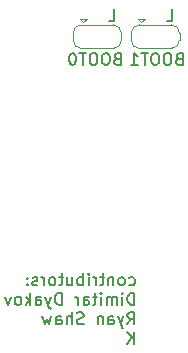
<source format=gbo>
G04 #@! TF.GenerationSoftware,KiCad,Pcbnew,(5.1.12)-1*
G04 #@! TF.CreationDate,2024-09-15T14:26:27+03:00*
G04 #@! TF.ProjectId,CaliperPCB,43616c69-7065-4725-9043-422e6b696361,rev?*
G04 #@! TF.SameCoordinates,Original*
G04 #@! TF.FileFunction,Legend,Bot*
G04 #@! TF.FilePolarity,Positive*
%FSLAX46Y46*%
G04 Gerber Fmt 4.6, Leading zero omitted, Abs format (unit mm)*
G04 Created by KiCad (PCBNEW (5.1.12)-1) date 2024-09-15 14:26:27*
%MOMM*%
%LPD*%
G01*
G04 APERTURE LIST*
%ADD10C,0.150000*%
%ADD11C,0.120000*%
%ADD12O,1.700000X1.700000*%
%ADD13R,1.700000X1.700000*%
%ADD14R,1.000000X1.500000*%
%ADD15C,0.100000*%
%ADD16O,1.000000X1.600000*%
%ADD17C,0.650000*%
%ADD18O,1.000000X2.100000*%
G04 APERTURE END LIST*
D10*
X122305476Y-91722380D02*
X122781666Y-91722380D01*
X122781666Y-90722380D01*
X127221476Y-91722380D02*
X127697666Y-91722380D01*
X127697666Y-90722380D01*
X123018572Y-94928571D02*
X122875715Y-94976190D01*
X122828096Y-95023809D01*
X122780477Y-95119047D01*
X122780477Y-95261904D01*
X122828096Y-95357142D01*
X122875715Y-95404761D01*
X122970953Y-95452380D01*
X123351905Y-95452380D01*
X123351905Y-94452380D01*
X123018572Y-94452380D01*
X122923334Y-94500000D01*
X122875715Y-94547619D01*
X122828096Y-94642857D01*
X122828096Y-94738095D01*
X122875715Y-94833333D01*
X122923334Y-94880952D01*
X123018572Y-94928571D01*
X123351905Y-94928571D01*
X122161429Y-94452380D02*
X121970953Y-94452380D01*
X121875715Y-94500000D01*
X121780477Y-94595238D01*
X121732858Y-94785714D01*
X121732858Y-95119047D01*
X121780477Y-95309523D01*
X121875715Y-95404761D01*
X121970953Y-95452380D01*
X122161429Y-95452380D01*
X122256667Y-95404761D01*
X122351905Y-95309523D01*
X122399524Y-95119047D01*
X122399524Y-94785714D01*
X122351905Y-94595238D01*
X122256667Y-94500000D01*
X122161429Y-94452380D01*
X121113810Y-94452380D02*
X120923334Y-94452380D01*
X120828096Y-94500000D01*
X120732858Y-94595238D01*
X120685239Y-94785714D01*
X120685239Y-95119047D01*
X120732858Y-95309523D01*
X120828096Y-95404761D01*
X120923334Y-95452380D01*
X121113810Y-95452380D01*
X121209048Y-95404761D01*
X121304286Y-95309523D01*
X121351905Y-95119047D01*
X121351905Y-94785714D01*
X121304286Y-94595238D01*
X121209048Y-94500000D01*
X121113810Y-94452380D01*
X120399524Y-94452380D02*
X119828096Y-94452380D01*
X120113810Y-95452380D02*
X120113810Y-94452380D01*
X119304286Y-94452380D02*
X119209048Y-94452380D01*
X119113810Y-94500000D01*
X119066191Y-94547619D01*
X119018572Y-94642857D01*
X118970953Y-94833333D01*
X118970953Y-95071428D01*
X119018572Y-95261904D01*
X119066191Y-95357142D01*
X119113810Y-95404761D01*
X119209048Y-95452380D01*
X119304286Y-95452380D01*
X119399524Y-95404761D01*
X119447143Y-95357142D01*
X119494762Y-95261904D01*
X119542381Y-95071428D01*
X119542381Y-94833333D01*
X119494762Y-94642857D01*
X119447143Y-94547619D01*
X119399524Y-94500000D01*
X119304286Y-94452380D01*
X128244094Y-94938571D02*
X128101237Y-94986190D01*
X128053618Y-95033809D01*
X128005999Y-95129047D01*
X128005999Y-95271904D01*
X128053618Y-95367142D01*
X128101237Y-95414761D01*
X128196475Y-95462380D01*
X128577427Y-95462380D01*
X128577427Y-94462380D01*
X128244094Y-94462380D01*
X128148856Y-94510000D01*
X128101237Y-94557619D01*
X128053618Y-94652857D01*
X128053618Y-94748095D01*
X128101237Y-94843333D01*
X128148856Y-94890952D01*
X128244094Y-94938571D01*
X128577427Y-94938571D01*
X127386951Y-94462380D02*
X127196475Y-94462380D01*
X127101237Y-94510000D01*
X127005999Y-94605238D01*
X126958380Y-94795714D01*
X126958380Y-95129047D01*
X127005999Y-95319523D01*
X127101237Y-95414761D01*
X127196475Y-95462380D01*
X127386951Y-95462380D01*
X127482189Y-95414761D01*
X127577427Y-95319523D01*
X127625046Y-95129047D01*
X127625046Y-94795714D01*
X127577427Y-94605238D01*
X127482189Y-94510000D01*
X127386951Y-94462380D01*
X126339332Y-94462380D02*
X126148856Y-94462380D01*
X126053618Y-94510000D01*
X125958380Y-94605238D01*
X125910761Y-94795714D01*
X125910761Y-95129047D01*
X125958380Y-95319523D01*
X126053618Y-95414761D01*
X126148856Y-95462380D01*
X126339332Y-95462380D01*
X126434570Y-95414761D01*
X126529808Y-95319523D01*
X126577427Y-95129047D01*
X126577427Y-94795714D01*
X126529808Y-94605238D01*
X126434570Y-94510000D01*
X126339332Y-94462380D01*
X125625046Y-94462380D02*
X125053618Y-94462380D01*
X125339332Y-95462380D02*
X125339332Y-94462380D01*
X124196475Y-95462380D02*
X124767903Y-95462380D01*
X124482189Y-95462380D02*
X124482189Y-94462380D01*
X124577427Y-94605238D01*
X124672665Y-94700476D01*
X124767903Y-94748095D01*
X124035833Y-114069761D02*
X124131071Y-114117380D01*
X124321547Y-114117380D01*
X124416785Y-114069761D01*
X124464404Y-114022142D01*
X124512023Y-113926904D01*
X124512023Y-113641190D01*
X124464404Y-113545952D01*
X124416785Y-113498333D01*
X124321547Y-113450714D01*
X124131071Y-113450714D01*
X124035833Y-113498333D01*
X123464404Y-114117380D02*
X123559642Y-114069761D01*
X123607261Y-114022142D01*
X123654880Y-113926904D01*
X123654880Y-113641190D01*
X123607261Y-113545952D01*
X123559642Y-113498333D01*
X123464404Y-113450714D01*
X123321547Y-113450714D01*
X123226309Y-113498333D01*
X123178690Y-113545952D01*
X123131071Y-113641190D01*
X123131071Y-113926904D01*
X123178690Y-114022142D01*
X123226309Y-114069761D01*
X123321547Y-114117380D01*
X123464404Y-114117380D01*
X122702500Y-113450714D02*
X122702500Y-114117380D01*
X122702500Y-113545952D02*
X122654880Y-113498333D01*
X122559642Y-113450714D01*
X122416785Y-113450714D01*
X122321547Y-113498333D01*
X122273928Y-113593571D01*
X122273928Y-114117380D01*
X121940595Y-113450714D02*
X121559642Y-113450714D01*
X121797738Y-113117380D02*
X121797738Y-113974523D01*
X121750119Y-114069761D01*
X121654880Y-114117380D01*
X121559642Y-114117380D01*
X121226309Y-114117380D02*
X121226309Y-113450714D01*
X121226309Y-113641190D02*
X121178690Y-113545952D01*
X121131071Y-113498333D01*
X121035833Y-113450714D01*
X120940595Y-113450714D01*
X120607261Y-114117380D02*
X120607261Y-113450714D01*
X120607261Y-113117380D02*
X120654880Y-113165000D01*
X120607261Y-113212619D01*
X120559642Y-113165000D01*
X120607261Y-113117380D01*
X120607261Y-113212619D01*
X120131071Y-114117380D02*
X120131071Y-113117380D01*
X120131071Y-113498333D02*
X120035833Y-113450714D01*
X119845357Y-113450714D01*
X119750119Y-113498333D01*
X119702500Y-113545952D01*
X119654880Y-113641190D01*
X119654880Y-113926904D01*
X119702500Y-114022142D01*
X119750119Y-114069761D01*
X119845357Y-114117380D01*
X120035833Y-114117380D01*
X120131071Y-114069761D01*
X118797738Y-113450714D02*
X118797738Y-114117380D01*
X119226309Y-113450714D02*
X119226309Y-113974523D01*
X119178690Y-114069761D01*
X119083452Y-114117380D01*
X118940595Y-114117380D01*
X118845357Y-114069761D01*
X118797738Y-114022142D01*
X118464404Y-113450714D02*
X118083452Y-113450714D01*
X118321547Y-113117380D02*
X118321547Y-113974523D01*
X118273928Y-114069761D01*
X118178690Y-114117380D01*
X118083452Y-114117380D01*
X117607261Y-114117380D02*
X117702500Y-114069761D01*
X117750119Y-114022142D01*
X117797738Y-113926904D01*
X117797738Y-113641190D01*
X117750119Y-113545952D01*
X117702500Y-113498333D01*
X117607261Y-113450714D01*
X117464404Y-113450714D01*
X117369166Y-113498333D01*
X117321547Y-113545952D01*
X117273928Y-113641190D01*
X117273928Y-113926904D01*
X117321547Y-114022142D01*
X117369166Y-114069761D01*
X117464404Y-114117380D01*
X117607261Y-114117380D01*
X116845357Y-114117380D02*
X116845357Y-113450714D01*
X116845357Y-113641190D02*
X116797738Y-113545952D01*
X116750119Y-113498333D01*
X116654880Y-113450714D01*
X116559642Y-113450714D01*
X116273928Y-114069761D02*
X116178690Y-114117380D01*
X115988214Y-114117380D01*
X115892976Y-114069761D01*
X115845357Y-113974523D01*
X115845357Y-113926904D01*
X115892976Y-113831666D01*
X115988214Y-113784047D01*
X116131071Y-113784047D01*
X116226309Y-113736428D01*
X116273928Y-113641190D01*
X116273928Y-113593571D01*
X116226309Y-113498333D01*
X116131071Y-113450714D01*
X115988214Y-113450714D01*
X115892976Y-113498333D01*
X115416785Y-114022142D02*
X115369166Y-114069761D01*
X115416785Y-114117380D01*
X115464404Y-114069761D01*
X115416785Y-114022142D01*
X115416785Y-114117380D01*
X115416785Y-113498333D02*
X115369166Y-113545952D01*
X115416785Y-113593571D01*
X115464404Y-113545952D01*
X115416785Y-113498333D01*
X115416785Y-113593571D01*
X124464404Y-115767380D02*
X124464404Y-114767380D01*
X124226309Y-114767380D01*
X124083452Y-114815000D01*
X123988214Y-114910238D01*
X123940595Y-115005476D01*
X123892976Y-115195952D01*
X123892976Y-115338809D01*
X123940595Y-115529285D01*
X123988214Y-115624523D01*
X124083452Y-115719761D01*
X124226309Y-115767380D01*
X124464404Y-115767380D01*
X123464404Y-115767380D02*
X123464404Y-115100714D01*
X123464404Y-114767380D02*
X123512023Y-114815000D01*
X123464404Y-114862619D01*
X123416785Y-114815000D01*
X123464404Y-114767380D01*
X123464404Y-114862619D01*
X122988214Y-115767380D02*
X122988214Y-115100714D01*
X122988214Y-115195952D02*
X122940595Y-115148333D01*
X122845357Y-115100714D01*
X122702500Y-115100714D01*
X122607261Y-115148333D01*
X122559642Y-115243571D01*
X122559642Y-115767380D01*
X122559642Y-115243571D02*
X122512023Y-115148333D01*
X122416785Y-115100714D01*
X122273928Y-115100714D01*
X122178690Y-115148333D01*
X122131071Y-115243571D01*
X122131071Y-115767380D01*
X121654880Y-115767380D02*
X121654880Y-115100714D01*
X121654880Y-114767380D02*
X121702500Y-114815000D01*
X121654880Y-114862619D01*
X121607261Y-114815000D01*
X121654880Y-114767380D01*
X121654880Y-114862619D01*
X121321547Y-115100714D02*
X120940595Y-115100714D01*
X121178690Y-114767380D02*
X121178690Y-115624523D01*
X121131071Y-115719761D01*
X121035833Y-115767380D01*
X120940595Y-115767380D01*
X120178690Y-115767380D02*
X120178690Y-115243571D01*
X120226309Y-115148333D01*
X120321547Y-115100714D01*
X120512023Y-115100714D01*
X120607261Y-115148333D01*
X120178690Y-115719761D02*
X120273928Y-115767380D01*
X120512023Y-115767380D01*
X120607261Y-115719761D01*
X120654880Y-115624523D01*
X120654880Y-115529285D01*
X120607261Y-115434047D01*
X120512023Y-115386428D01*
X120273928Y-115386428D01*
X120178690Y-115338809D01*
X119702500Y-115767380D02*
X119702500Y-115100714D01*
X119702500Y-115291190D02*
X119654880Y-115195952D01*
X119607261Y-115148333D01*
X119512023Y-115100714D01*
X119416785Y-115100714D01*
X118321547Y-115767380D02*
X118321547Y-114767380D01*
X118083452Y-114767380D01*
X117940595Y-114815000D01*
X117845357Y-114910238D01*
X117797738Y-115005476D01*
X117750119Y-115195952D01*
X117750119Y-115338809D01*
X117797738Y-115529285D01*
X117845357Y-115624523D01*
X117940595Y-115719761D01*
X118083452Y-115767380D01*
X118321547Y-115767380D01*
X117416785Y-115100714D02*
X117178690Y-115767380D01*
X116940595Y-115100714D02*
X117178690Y-115767380D01*
X117273928Y-116005476D01*
X117321547Y-116053095D01*
X117416785Y-116100714D01*
X116131071Y-115767380D02*
X116131071Y-115243571D01*
X116178690Y-115148333D01*
X116273928Y-115100714D01*
X116464404Y-115100714D01*
X116559642Y-115148333D01*
X116131071Y-115719761D02*
X116226309Y-115767380D01*
X116464404Y-115767380D01*
X116559642Y-115719761D01*
X116607261Y-115624523D01*
X116607261Y-115529285D01*
X116559642Y-115434047D01*
X116464404Y-115386428D01*
X116226309Y-115386428D01*
X116131071Y-115338809D01*
X115654880Y-115767380D02*
X115654880Y-114767380D01*
X115559642Y-115386428D02*
X115273928Y-115767380D01*
X115273928Y-115100714D02*
X115654880Y-115481666D01*
X114702500Y-115767380D02*
X114797738Y-115719761D01*
X114845357Y-115672142D01*
X114892976Y-115576904D01*
X114892976Y-115291190D01*
X114845357Y-115195952D01*
X114797738Y-115148333D01*
X114702500Y-115100714D01*
X114559642Y-115100714D01*
X114464404Y-115148333D01*
X114416785Y-115195952D01*
X114369166Y-115291190D01*
X114369166Y-115576904D01*
X114416785Y-115672142D01*
X114464404Y-115719761D01*
X114559642Y-115767380D01*
X114702500Y-115767380D01*
X114035833Y-115100714D02*
X113797738Y-115767380D01*
X113559642Y-115100714D01*
X123892976Y-117417380D02*
X124226309Y-116941190D01*
X124464404Y-117417380D02*
X124464404Y-116417380D01*
X124083452Y-116417380D01*
X123988214Y-116465000D01*
X123940595Y-116512619D01*
X123892976Y-116607857D01*
X123892976Y-116750714D01*
X123940595Y-116845952D01*
X123988214Y-116893571D01*
X124083452Y-116941190D01*
X124464404Y-116941190D01*
X123559642Y-116750714D02*
X123321547Y-117417380D01*
X123083452Y-116750714D02*
X123321547Y-117417380D01*
X123416785Y-117655476D01*
X123464404Y-117703095D01*
X123559642Y-117750714D01*
X122273928Y-117417380D02*
X122273928Y-116893571D01*
X122321547Y-116798333D01*
X122416785Y-116750714D01*
X122607261Y-116750714D01*
X122702500Y-116798333D01*
X122273928Y-117369761D02*
X122369166Y-117417380D01*
X122607261Y-117417380D01*
X122702500Y-117369761D01*
X122750119Y-117274523D01*
X122750119Y-117179285D01*
X122702500Y-117084047D01*
X122607261Y-117036428D01*
X122369166Y-117036428D01*
X122273928Y-116988809D01*
X121797738Y-116750714D02*
X121797738Y-117417380D01*
X121797738Y-116845952D02*
X121750119Y-116798333D01*
X121654880Y-116750714D01*
X121512023Y-116750714D01*
X121416785Y-116798333D01*
X121369166Y-116893571D01*
X121369166Y-117417380D01*
X120178690Y-117369761D02*
X120035833Y-117417380D01*
X119797738Y-117417380D01*
X119702500Y-117369761D01*
X119654880Y-117322142D01*
X119607261Y-117226904D01*
X119607261Y-117131666D01*
X119654880Y-117036428D01*
X119702500Y-116988809D01*
X119797738Y-116941190D01*
X119988214Y-116893571D01*
X120083452Y-116845952D01*
X120131071Y-116798333D01*
X120178690Y-116703095D01*
X120178690Y-116607857D01*
X120131071Y-116512619D01*
X120083452Y-116465000D01*
X119988214Y-116417380D01*
X119750119Y-116417380D01*
X119607261Y-116465000D01*
X119178690Y-117417380D02*
X119178690Y-116417380D01*
X118750119Y-117417380D02*
X118750119Y-116893571D01*
X118797738Y-116798333D01*
X118892976Y-116750714D01*
X119035833Y-116750714D01*
X119131071Y-116798333D01*
X119178690Y-116845952D01*
X117845357Y-117417380D02*
X117845357Y-116893571D01*
X117892976Y-116798333D01*
X117988214Y-116750714D01*
X118178690Y-116750714D01*
X118273928Y-116798333D01*
X117845357Y-117369761D02*
X117940595Y-117417380D01*
X118178690Y-117417380D01*
X118273928Y-117369761D01*
X118321547Y-117274523D01*
X118321547Y-117179285D01*
X118273928Y-117084047D01*
X118178690Y-117036428D01*
X117940595Y-117036428D01*
X117845357Y-116988809D01*
X117464404Y-116750714D02*
X117273928Y-117417380D01*
X117083452Y-116941190D01*
X116892976Y-117417380D01*
X116702500Y-116750714D01*
X124464404Y-119067380D02*
X124464404Y-118067380D01*
X123892976Y-119067380D02*
X124321547Y-118495952D01*
X123892976Y-118067380D02*
X124464404Y-118638809D01*
D11*
X119940000Y-94070000D02*
X122740000Y-94070000D01*
X123390000Y-93370000D02*
X123390000Y-92770000D01*
X122740000Y-92070000D02*
X119940000Y-92070000D01*
X119290000Y-92770000D02*
X119290000Y-93370000D01*
X120140000Y-91870000D02*
X119840000Y-91570000D01*
X119840000Y-91570000D02*
X120440000Y-91570000D01*
X120140000Y-91870000D02*
X120440000Y-91570000D01*
X119290000Y-93370000D02*
G75*
G03*
X119990000Y-94070000I700000J0D01*
G01*
X119990000Y-92070000D02*
G75*
G03*
X119290000Y-92770000I0J-700000D01*
G01*
X123390000Y-92770000D02*
G75*
G03*
X122690000Y-92070000I-700000J0D01*
G01*
X122690000Y-94070000D02*
G75*
G03*
X123390000Y-93370000I0J700000D01*
G01*
X124856000Y-94070000D02*
X127656000Y-94070000D01*
X128306000Y-93370000D02*
X128306000Y-92770000D01*
X127656000Y-92070000D02*
X124856000Y-92070000D01*
X124206000Y-92770000D02*
X124206000Y-93370000D01*
X125056000Y-91870000D02*
X124756000Y-91570000D01*
X124756000Y-91570000D02*
X125356000Y-91570000D01*
X125056000Y-91870000D02*
X125356000Y-91570000D01*
X124206000Y-93370000D02*
G75*
G03*
X124906000Y-94070000I700000J0D01*
G01*
X124906000Y-92070000D02*
G75*
G03*
X124206000Y-92770000I0J-700000D01*
G01*
X128306000Y-92770000D02*
G75*
G03*
X127606000Y-92070000I-700000J0D01*
G01*
X127606000Y-94070000D02*
G75*
G03*
X128306000Y-93370000I0J700000D01*
G01*
%LPC*%
D12*
X139192000Y-89408000D03*
X139192000Y-86868000D03*
X136652000Y-89408000D03*
X136652000Y-86868000D03*
X134112000Y-89408000D03*
X134112000Y-86868000D03*
X131572000Y-89408000D03*
X131572000Y-86868000D03*
X129032000Y-89408000D03*
D13*
X129032000Y-86868000D03*
D12*
X179460000Y-96370000D03*
X179460000Y-93830000D03*
X179460000Y-91290000D03*
D13*
X179460000Y-88750000D03*
D14*
X121340000Y-93070000D03*
D15*
G36*
X122640000Y-92320602D02*
G01*
X122664534Y-92320602D01*
X122713365Y-92325412D01*
X122761490Y-92334984D01*
X122808445Y-92349228D01*
X122853778Y-92368005D01*
X122897051Y-92391136D01*
X122937850Y-92418396D01*
X122975779Y-92449524D01*
X123010476Y-92484221D01*
X123041604Y-92522150D01*
X123068864Y-92562949D01*
X123091995Y-92606222D01*
X123110772Y-92651555D01*
X123125016Y-92698510D01*
X123134588Y-92746635D01*
X123139398Y-92795466D01*
X123139398Y-92820000D01*
X123140000Y-92820000D01*
X123140000Y-93320000D01*
X123139398Y-93320000D01*
X123139398Y-93344534D01*
X123134588Y-93393365D01*
X123125016Y-93441490D01*
X123110772Y-93488445D01*
X123091995Y-93533778D01*
X123068864Y-93577051D01*
X123041604Y-93617850D01*
X123010476Y-93655779D01*
X122975779Y-93690476D01*
X122937850Y-93721604D01*
X122897051Y-93748864D01*
X122853778Y-93771995D01*
X122808445Y-93790772D01*
X122761490Y-93805016D01*
X122713365Y-93814588D01*
X122664534Y-93819398D01*
X122640000Y-93819398D01*
X122640000Y-93820000D01*
X122090000Y-93820000D01*
X122090000Y-92320000D01*
X122640000Y-92320000D01*
X122640000Y-92320602D01*
G37*
G36*
X120590000Y-93820000D02*
G01*
X120040000Y-93820000D01*
X120040000Y-93819398D01*
X120015466Y-93819398D01*
X119966635Y-93814588D01*
X119918510Y-93805016D01*
X119871555Y-93790772D01*
X119826222Y-93771995D01*
X119782949Y-93748864D01*
X119742150Y-93721604D01*
X119704221Y-93690476D01*
X119669524Y-93655779D01*
X119638396Y-93617850D01*
X119611136Y-93577051D01*
X119588005Y-93533778D01*
X119569228Y-93488445D01*
X119554984Y-93441490D01*
X119545412Y-93393365D01*
X119540602Y-93344534D01*
X119540602Y-93320000D01*
X119540000Y-93320000D01*
X119540000Y-92820000D01*
X119540602Y-92820000D01*
X119540602Y-92795466D01*
X119545412Y-92746635D01*
X119554984Y-92698510D01*
X119569228Y-92651555D01*
X119588005Y-92606222D01*
X119611136Y-92562949D01*
X119638396Y-92522150D01*
X119669524Y-92484221D01*
X119704221Y-92449524D01*
X119742150Y-92418396D01*
X119782949Y-92391136D01*
X119826222Y-92368005D01*
X119871555Y-92349228D01*
X119918510Y-92334984D01*
X119966635Y-92325412D01*
X120015466Y-92320602D01*
X120040000Y-92320602D01*
X120040000Y-92320000D01*
X120590000Y-92320000D01*
X120590000Y-93820000D01*
G37*
D14*
X126256000Y-93070000D03*
D15*
G36*
X127556000Y-92320602D02*
G01*
X127580534Y-92320602D01*
X127629365Y-92325412D01*
X127677490Y-92334984D01*
X127724445Y-92349228D01*
X127769778Y-92368005D01*
X127813051Y-92391136D01*
X127853850Y-92418396D01*
X127891779Y-92449524D01*
X127926476Y-92484221D01*
X127957604Y-92522150D01*
X127984864Y-92562949D01*
X128007995Y-92606222D01*
X128026772Y-92651555D01*
X128041016Y-92698510D01*
X128050588Y-92746635D01*
X128055398Y-92795466D01*
X128055398Y-92820000D01*
X128056000Y-92820000D01*
X128056000Y-93320000D01*
X128055398Y-93320000D01*
X128055398Y-93344534D01*
X128050588Y-93393365D01*
X128041016Y-93441490D01*
X128026772Y-93488445D01*
X128007995Y-93533778D01*
X127984864Y-93577051D01*
X127957604Y-93617850D01*
X127926476Y-93655779D01*
X127891779Y-93690476D01*
X127853850Y-93721604D01*
X127813051Y-93748864D01*
X127769778Y-93771995D01*
X127724445Y-93790772D01*
X127677490Y-93805016D01*
X127629365Y-93814588D01*
X127580534Y-93819398D01*
X127556000Y-93819398D01*
X127556000Y-93820000D01*
X127006000Y-93820000D01*
X127006000Y-92320000D01*
X127556000Y-92320000D01*
X127556000Y-92320602D01*
G37*
G36*
X125506000Y-93820000D02*
G01*
X124956000Y-93820000D01*
X124956000Y-93819398D01*
X124931466Y-93819398D01*
X124882635Y-93814588D01*
X124834510Y-93805016D01*
X124787555Y-93790772D01*
X124742222Y-93771995D01*
X124698949Y-93748864D01*
X124658150Y-93721604D01*
X124620221Y-93690476D01*
X124585524Y-93655779D01*
X124554396Y-93617850D01*
X124527136Y-93577051D01*
X124504005Y-93533778D01*
X124485228Y-93488445D01*
X124470984Y-93441490D01*
X124461412Y-93393365D01*
X124456602Y-93344534D01*
X124456602Y-93320000D01*
X124456000Y-93320000D01*
X124456000Y-92820000D01*
X124456602Y-92820000D01*
X124456602Y-92795466D01*
X124461412Y-92746635D01*
X124470984Y-92698510D01*
X124485228Y-92651555D01*
X124504005Y-92606222D01*
X124527136Y-92562949D01*
X124554396Y-92522150D01*
X124585524Y-92484221D01*
X124620221Y-92449524D01*
X124658150Y-92418396D01*
X124698949Y-92391136D01*
X124742222Y-92368005D01*
X124787555Y-92349228D01*
X124834510Y-92334984D01*
X124882635Y-92325412D01*
X124931466Y-92320602D01*
X124956000Y-92320602D01*
X124956000Y-92320000D01*
X125506000Y-92320000D01*
X125506000Y-93820000D01*
G37*
D13*
X183720000Y-86950000D03*
D12*
X186260000Y-86950000D03*
X188800000Y-86950000D03*
X191340000Y-86950000D03*
D16*
X152528000Y-85564000D03*
D17*
X153958000Y-89214000D03*
D16*
X161168000Y-85564000D03*
D17*
X159738000Y-89214000D03*
D18*
X161168000Y-89744000D03*
X152528000Y-89744000D03*
M02*

</source>
